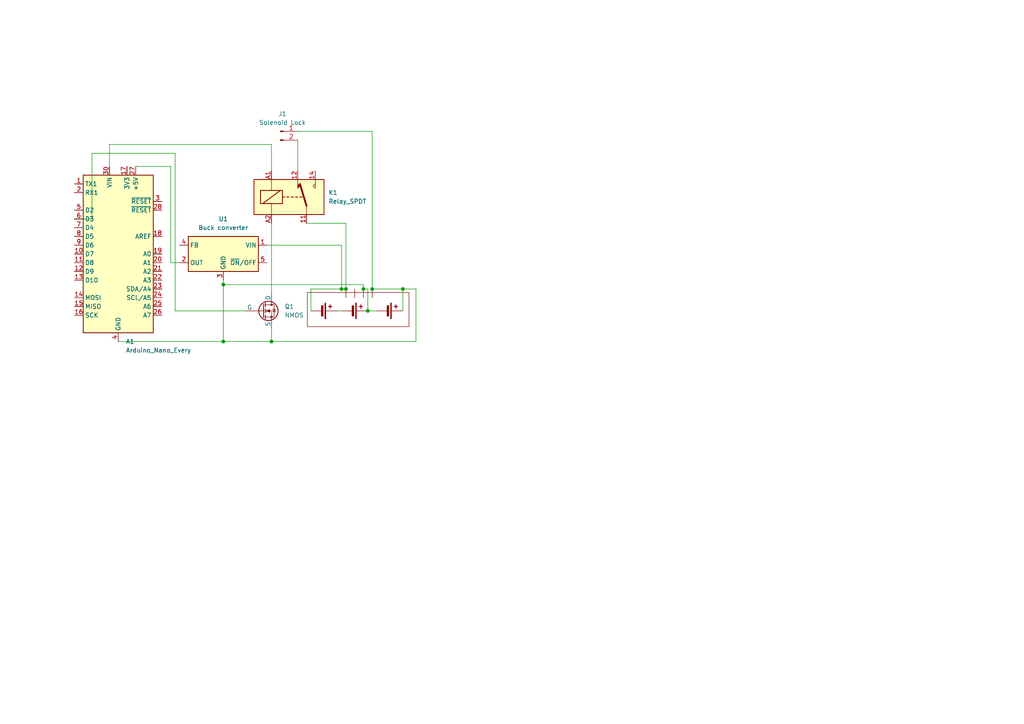
<source format=kicad_sch>
(kicad_sch (version 20231120) (generator "eeschema") (generator_version "8.0")
  (paper "A4")
  (lib_symbols
    (symbol "Battery_Library:Battery_Cell" (pin_numbers hide) (pin_names (offset 0) hide)
      (symbol "Battery_Cell_0_1"
        (rectangle (start -18.796 5.334) (end 10.668 -4.572))
        (rectangle (start -14.732 1.524) (end -14.224 -1.524) (fill (type outline)))
        (rectangle (start -13.462 -2.286) (end -13.716 2.286) (fill (type outline)))
        (rectangle (start -5.334 -1.524) (end -5.842 1.524) (fill (type outline)))
        (rectangle (start -4.826 2.286) (end -4.572 -2.286) (fill (type outline)))
        (polyline (pts (xy -14.478 0) (xy -15.24 0)))
        (polyline (pts (xy -13.462 0) (xy -12.7 0)))
        (polyline (pts (xy -12.192 0.762) (xy -12.192 1.778)) (stroke (width 0.254)))
        (polyline (pts (xy -11.684 1.27) (xy -12.7 1.27)) (stroke (width 0.254)))
        (polyline (pts (xy -5.588 0) (xy -6.35 0)))
        (polyline (pts (xy -4.572 0) (xy -3.81 0)))
        (polyline (pts (xy -3.302 0.762) (xy -3.302 1.778)) (stroke (width 0.254)))
        (polyline (pts (xy -2.794 1.27) (xy -3.81 1.27)) (stroke (width 0.254)))
        (polyline (pts (xy 4.572 0) (xy 3.81 0)))
        (polyline (pts (xy 5.588 0) (xy 6.35 0)))
        (polyline (pts (xy 6.858 0.762) (xy 6.858 1.778)) (stroke (width 0.254)))
        (polyline (pts (xy 7.366 1.27) (xy 6.35 1.27)) (stroke (width 0.254)))
        (rectangle (start 4.826 -1.524) (end 4.318 1.524) (fill (type outline)))
        (rectangle (start 5.588 -2.286) (end 5.334 2.286) (fill (type outline)))
      )
      (symbol "Battery_Cell_1_1"
        (pin bidirectional line (at -7.62 6.35 270) (length 2.54) (name "") (number ""))
        (pin bidirectional line (at -5.08 6.35 270) (length 2.54) (name "") (number ""))
        (pin bidirectional line (at -2.54 6.35 270) (length 2.54) (name "") (number ""))
        (pin bidirectional line (at 0 6.35 270) (length 2.54) (name "") (number ""))
        (pin passive line (at -10.16 0 180) (length 2.54) (name "+") (number "1"))
        (pin passive line (at -1.27 0 180) (length 2.54) (name "+") (number "1"))
        (pin passive line (at 8.89 0 180) (length 2.54) (name "+") (number "1"))
        (pin passive line (at -17.78 0 0) (length 2.54) (name "-") (number "2"))
        (pin passive line (at -8.89 0 0) (length 2.54) (name "-") (number "2"))
        (pin passive line (at 1.27 0 0) (length 2.54) (name "-") (number "2"))
      )
    )
    (symbol "Connector:Conn_01x02_Pin" (pin_names (offset 1.016) hide)
      (property "Reference" "J" (at 0 2.54 0))
      (property "Value" "Conn_01x02_Pin" (at 0 -5.08 0))
      (symbol "Conn_01x02_Pin_1_1"
        (polyline (pts (xy 1.27 -2.54) (xy 0.8636 -2.54)) (stroke (width 0.1524)))
        (polyline (pts (xy 1.27 0) (xy 0.8636 0)) (stroke (width 0.1524)))
        (rectangle (start 0.8636 -2.413) (end 0 -2.667) (stroke (width 0.1524)) (fill (type outline)))
        (rectangle (start 0.8636 0.127) (end 0 -0.127) (stroke (width 0.1524)) (fill (type outline)))
        (pin passive line (at 5.08 0 180) (length 3.81) (name "Pin_1") (number "1"))
        (pin passive line (at 5.08 -2.54 180) (length 3.81) (name "Pin_2") (number "2"))
      )
    )
    (symbol "MCU_Module:Arduino_Nano_Every"
      (property "Reference" "A" (at -10.16 23.495 0))
      (property "Value" "Arduino_Nano_Every" (at 5.08 -24.13 0))
      (symbol "Arduino_Nano_Every_0_1"
        (rectangle (start -10.16 22.86) (end 10.16 -22.86) (stroke (width 0.254)) (fill (type background)))
      )
      (symbol "Arduino_Nano_Every_1_1"
        (pin bidirectional line (at -12.7 20.32 0) (length 2.54) (name "TX1") (number "1"))
        (pin bidirectional line (at -12.7 0 0) (length 2.54) (name "D7") (number "10"))
        (pin bidirectional line (at -12.7 -2.54 0) (length 2.54) (name "D8") (number "11"))
        (pin bidirectional line (at -12.7 -5.08 0) (length 2.54) (name "D9") (number "12"))
        (pin bidirectional line (at -12.7 -7.62 0) (length 2.54) (name "D10") (number "13"))
        (pin bidirectional line (at -12.7 -12.7 0) (length 2.54) (name "MOSI") (number "14"))
        (pin bidirectional line (at -12.7 -15.24 0) (length 2.54) (name "MISO") (number "15"))
        (pin bidirectional line (at -12.7 -17.78 0) (length 2.54) (name "SCK") (number "16"))
        (pin power_out line (at 2.54 25.4 270) (length 2.54) (name "3V3") (number "17"))
        (pin input line (at 12.7 5.08 180) (length 2.54) (name "AREF") (number "18"))
        (pin bidirectional line (at 12.7 0 180) (length 2.54) (name "A0") (number "19"))
        (pin bidirectional line (at -12.7 17.78 0) (length 2.54) (name "RX1") (number "2"))
        (pin bidirectional line (at 12.7 -2.54 180) (length 2.54) (name "A1") (number "20"))
        (pin bidirectional line (at 12.7 -5.08 180) (length 2.54) (name "A2") (number "21"))
        (pin bidirectional line (at 12.7 -7.62 180) (length 2.54) (name "A3") (number "22"))
        (pin bidirectional line (at 12.7 -10.16 180) (length 2.54) (name "SDA/A4") (number "23"))
        (pin bidirectional line (at 12.7 -12.7 180) (length 2.54) (name "SCL/A5") (number "24"))
        (pin bidirectional line (at 12.7 -15.24 180) (length 2.54) (name "A6") (number "25"))
        (pin bidirectional line (at 12.7 -17.78 180) (length 2.54) (name "A7") (number "26"))
        (pin power_out line (at 5.08 25.4 270) (length 2.54) (name "+5V") (number "27"))
        (pin input line (at 12.7 12.7 180) (length 2.54) (name "~{RESET}") (number "28"))
        (pin passive line (at 0 -25.4 90) (length 2.54) hide (name "GND") (number "29"))
        (pin input line (at 12.7 15.24 180) (length 2.54) (name "~{RESET}") (number "3"))
        (pin power_in line (at -2.54 25.4 270) (length 2.54) (name "VIN") (number "30"))
        (pin power_in line (at 0 -25.4 90) (length 2.54) (name "GND") (number "4"))
        (pin bidirectional line (at -12.7 12.7 0) (length 2.54) (name "D2") (number "5"))
        (pin bidirectional line (at -12.7 10.16 0) (length 2.54) (name "D3") (number "6"))
        (pin bidirectional line (at -12.7 7.62 0) (length 2.54) (name "D4") (number "7"))
        (pin bidirectional line (at -12.7 5.08 0) (length 2.54) (name "D5") (number "8"))
        (pin bidirectional line (at -12.7 2.54 0) (length 2.54) (name "D6") (number "9"))
      )
    )
    (symbol "Regulator_Switching:LM2596T-5"
      (property "Reference" "U" (at -10.16 6.35 0))
      (property "Value" "LM2596T-5" (at 0 6.35 0))
      (symbol "LM2596T-5_0_1"
        (rectangle (start -10.16 5.08) (end 10.16 -5.08) (stroke (width 0.254)) (fill (type background)))
      )
      (symbol "LM2596T-5_1_1"
        (pin power_in line (at -12.7 2.54 0) (length 2.54) (name "VIN") (number "1"))
        (pin output line (at 12.7 -2.54 180) (length 2.54) (name "OUT") (number "2"))
        (pin power_in line (at 0 -7.62 90) (length 2.54) (name "GND") (number "3"))
        (pin input line (at 12.7 2.54 180) (length 2.54) (name "FB") (number "4"))
        (pin input line (at -12.7 -2.54 0) (length 2.54) (name "~{ON}/OFF") (number "5"))
      )
    )
    (symbol "Relay:Relay_SPDT"
      (property "Reference" "K" (at 11.43 3.81 0))
      (property "Value" "Relay_SPDT" (at 11.43 1.27 0))
      (symbol "Relay_SPDT_0_0"
        (polyline (pts (xy 7.62 5.08) (xy 7.62 2.54) (xy 6.985 3.175) (xy 7.62 3.81)))
      )
      (symbol "Relay_SPDT_0_1"
        (rectangle (start -10.16 5.08) (end 10.16 -5.08) (stroke (width 0.254)) (fill (type background)))
        (rectangle (start -8.255 1.905) (end -1.905 -1.905) (stroke (width 0.254)))
        (polyline (pts (xy -7.62 -1.905) (xy -2.54 1.905)) (stroke (width 0.254)))
        (polyline (pts (xy -5.08 -5.08) (xy -5.08 -1.905)))
        (polyline (pts (xy -5.08 5.08) (xy -5.08 1.905)))
        (polyline (pts (xy -1.905 0) (xy -1.27 0)) (stroke (width 0.254)))
        (polyline (pts (xy -0.635 0) (xy 0 0)) (stroke (width 0.254)))
        (polyline (pts (xy 0.635 0) (xy 1.27 0)) (stroke (width 0.254)))
        (polyline (pts (xy 1.905 0) (xy 2.54 0)) (stroke (width 0.254)))
        (polyline (pts (xy 3.175 0) (xy 3.81 0)) (stroke (width 0.254)))
        (polyline (pts (xy 5.08 -2.54) (xy 3.175 3.81)) (stroke (width 0.508)))
        (polyline (pts (xy 5.08 -2.54) (xy 5.08 -5.08)))
        (polyline (pts (xy 2.54 5.08) (xy 2.54 2.54) (xy 3.175 3.175) (xy 2.54 3.81)) (fill (type outline)))
      )
      (symbol "Relay_SPDT_1_1"
        (pin passive line (at 5.08 -7.62 90) (length 2.54) (name "~") (number "11"))
        (pin passive line (at 2.54 7.62 270) (length 2.54) (name "~") (number "12"))
        (pin passive line (at 7.62 7.62 270) (length 2.54) (name "~") (number "14"))
        (pin passive line (at -5.08 7.62 270) (length 2.54) (name "~") (number "A1"))
        (pin passive line (at -5.08 -7.62 90) (length 2.54) (name "~") (number "A2"))
      )
    )
    (symbol "Simulation_SPICE:NMOS" (pin_numbers hide) (pin_names (offset 0))
      (property "Reference" "Q" (at 5.08 1.27 0))
      (property "Value" "NMOS" (at 5.08 -1.27 0))
      (symbol "NMOS_0_1"
        (polyline (pts (xy 0.254 0) (xy -2.54 0)))
        (polyline (pts (xy 0.254 1.905) (xy 0.254 -1.905)) (stroke (width 0.254)))
        (polyline (pts (xy 0.762 -1.27) (xy 0.762 -2.286)) (stroke (width 0.254)))
        (polyline (pts (xy 0.762 0.508) (xy 0.762 -0.508)) (stroke (width 0.254)))
        (polyline (pts (xy 0.762 2.286) (xy 0.762 1.27)) (stroke (width 0.254)))
        (polyline (pts (xy 2.54 2.54) (xy 2.54 1.778)))
        (polyline (pts (xy 2.54 -2.54) (xy 2.54 0) (xy 0.762 0)))
        (polyline (pts (xy 0.762 -1.778) (xy 3.302 -1.778) (xy 3.302 1.778) (xy 0.762 1.778)))
        (polyline (pts (xy 1.016 0) (xy 2.032 0.381) (xy 2.032 -0.381) (xy 1.016 0)) (fill (type outline)))
        (polyline (pts (xy 2.794 0.508) (xy 2.921 0.381) (xy 3.683 0.381) (xy 3.81 0.254)))
        (polyline (pts (xy 3.302 0.381) (xy 2.921 -0.254) (xy 3.683 -0.254) (xy 3.302 0.381)))
        (circle (center 1.651 0) (radius 2.794) (stroke (width 0.254)))
        (circle (center 2.54 -1.778) (radius 0.254) (fill (type outline)))
        (circle (center 2.54 1.778) (radius 0.254) (fill (type outline)))
      )
      (symbol "NMOS_1_1"
        (pin passive line (at 2.54 5.08 270) (length 2.54) (name "D") (number "1"))
        (pin input line (at -5.08 0 0) (length 2.54) (name "G") (number "2"))
        (pin passive line (at 2.54 -5.08 90) (length 2.54) (name "S") (number "3"))
      )
    )
  )
  (junction (at 99.06 83.82))
  (junction (at 78.74 99.06))
  (junction (at 64.77 82.55))
  (junction (at 107.95 83.82))
  (junction (at 64.77 99.06))
  (junction (at 106.68 90.17))
  (junction (at 105.41 83.82))
  (junction (at 116.84 83.82))
  (junction (at 100.33 83.82))
  (wire (pts (xy 90.17 83.82) (xy 99.06 83.82)))
  (wire (pts (xy 120.65 99.06) (xy 78.74 99.06)))
  (wire (pts (xy 116.84 83.82) (xy 120.65 83.82)))
  (wire (pts (xy 49.53 76.2) (xy 52.07 76.2)))
  (wire (pts (xy 26.67 63.5) (xy 21.59 63.5)))
  (wire (pts (xy 106.68 90.17) (xy 109.22 90.17)))
  (wire (pts (xy 90.17 90.17) (xy 90.17 83.82)))
  (wire (pts (xy 64.77 81.28) (xy 64.77 82.55)))
  (wire (pts (xy 107.95 38.1) (xy 107.95 83.82)))
  (wire (pts (xy 120.65 83.82) (xy 120.65 99.06)))
  (wire (pts (xy 64.77 99.06) (xy 34.29 99.06)))
  (wire (pts (xy 50.8 44.45) (xy 50.8 90.17)))
  (wire (pts (xy 49.53 48.26) (xy 49.53 76.2)))
  (wire (pts (xy 105.41 83.82) (xy 105.41 82.55)))
  (wire (pts (xy 50.8 90.17) (xy 71.12 90.17)))
  (wire (pts (xy 31.75 41.91) (xy 78.74 41.91)))
  (wire (pts (xy 78.74 64.77) (xy 78.74 85.09)))
  (wire (pts (xy 106.68 83.82) (xy 105.41 83.82)))
  (wire (pts (xy 39.37 48.26) (xy 49.53 48.26)))
  (wire (pts (xy 86.36 38.1) (xy 107.95 38.1)))
  (wire (pts (xy 78.74 95.25) (xy 78.74 99.06)))
  (wire (pts (xy 116.84 83.82) (xy 107.95 83.82)))
  (wire (pts (xy 26.67 44.45) (xy 26.67 63.5)))
  (wire (pts (xy 26.67 44.45) (xy 50.8 44.45)))
  (wire (pts (xy 78.74 41.91) (xy 78.74 49.53)))
  (wire (pts (xy 77.47 71.12) (xy 99.06 71.12)))
  (wire (pts (xy 106.68 83.82) (xy 106.68 90.17)))
  (wire (pts (xy 100.33 64.77) (xy 100.33 83.82)))
  (wire (pts (xy 99.06 83.82) (xy 100.33 83.82)))
  (wire (pts (xy 86.36 40.64) (xy 86.36 49.53)))
  (wire (pts (xy 78.74 99.06) (xy 64.77 99.06)))
  (wire (pts (xy 99.06 71.12) (xy 99.06 83.82)))
  (wire (pts (xy 64.77 82.55) (xy 64.77 99.06)))
  (wire (pts (xy 116.84 90.17) (xy 116.84 83.82)))
  (wire (pts (xy 97.79 90.17) (xy 99.06 90.17)))
  (wire (pts (xy 105.41 82.55) (xy 64.77 82.55)))
  (wire (pts (xy 31.75 48.26) (xy 31.75 41.91)))
  (wire (pts (xy 100.33 64.77) (xy 88.9 64.77)))
  (symbol (lib_id "Regulator_Switching:LM2596T-5") (at 64.77 73.66 0) (mirror y) (unit 1)
    (property "Reference" "U1" (at 64.77 63.5 0))
    (property "Value" "Buck converter" (at 64.77 66.04 0))
    (property "Footprint" "Package_TO_SOT_THT:TO-220-5_P3.4x3.7mm_StaggerOdd_Lead3.8mm_Vertical" (effects (hide yes)))
    (property "Datasheet" "http://www.ti.com/lit/ds/symlink/lm2596.pdf" (effects (hide yes)))
    (property "Description" "5V 3A 150kHz Step-Down Voltage Regulator, TO-220" (effects (hide yes)))
  )
  (symbol (lib_id "Battery_Library:Battery_Cell") (at 107.95 90.17 0) (unit 1)
    (property "Reference" "BT1" (effects (hide yes)))
    (property "Value" "Battery_Cell" (effects (hide yes)))
    (property "Description" "Single-cell battery" (effects (hide yes)))
  )
  (symbol (lib_id "Simulation_SPICE:NMOS") (at 76.2 90.17 0) (unit 1)
    (property "Reference" "Q1" (at 82.55 88.8999 0) (effects (justify left)))
    (property "Value" "NMOS" (at 82.55 91.4399 0) (effects (justify left)))
    (property "Datasheet" "https://ngspice.sourceforge.io/docs/ngspice-html-manual/manual.xhtml#cha_MOSFETs" (effects (hide yes)))
    (property "Description" "N-MOSFET transistor, drain/source/gate" (effects (hide yes)))
    (property "Sim.Device" "NMOS" (effects (hide yes)))
    (property "Sim.Type" "VDMOS" (effects (hide yes)))
    (property "Sim.Pins" "1=D 2=G 3=S" (effects (hide yes)))
  )
  (symbol (lib_id "Relay:Relay_SPDT") (at 83.82 57.15 0) (unit 1)
    (property "Reference" "K1" (at 95.25 55.8799 0) (effects (justify left)))
    (property "Value" "Relay_SPDT" (at 95.25 58.4199 0) (effects (justify left)))
    (property "Description" "Relay SPDT, monostable, EN50005" (effects (hide yes)))
  )
  (symbol (lib_id "Connector:Conn_01x02_Pin") (at 81.28 38.1 0) (unit 1)
    (property "Reference" "J1" (at 81.915 33.02 0))
    (property "Value" "Solenoid Lock" (at 81.915 35.56 0))
    (property "Description" "Generic connector, single row, 01x02, script generated" (effects (hide yes)))
  )
  (symbol (lib_id "MCU_Module:Arduino_Nano_Every") (at 34.29 73.66 0) (unit 1)
    (property "Reference" "A1" (at 36.4841 99.06 0) (effects (justify left)))
    (property "Value" "Arduino_Nano_Every" (at 36.4841 101.6 0) (effects (justify left)))
    (property "Footprint" "Module:Arduino_Nano" (effects (hide yes)))
    (property "Datasheet" "https://content.arduino.cc/assets/NANOEveryV3.0_sch.pdf" (effects (hide yes)))
    (property "Description" "Arduino Nano Every" (effects (hide yes)))
  )
)
</source>
